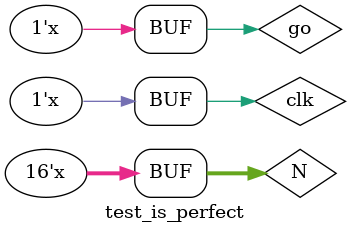
<source format=v>
`timescale 1ns / 1ps


module test_is_perfect;

	// Inputs
	reg [15:0] N;
	reg go;
	reg clk;

	// Outputs
	wire over;
	wire IsPer;

	// Instantiate the Unit Under Test (UUT)
	IsPerfect uut (
		.N(N), 
		.go(go), 
		.clk(clk), 
		.over(over), 
		.IsPer(IsPer)
	);

	initial begin
		// Initialize Inputs
		N = 0;
		go = 0;
		clk = 0;

		// Wait 100 ns for global reset to finish
		#100;
        
		// Add stimulus here

	end

	always
	#0.01 clk=~clk;
	always
	#0.05 go=~go;  
   always 
	begin
	if(N<65536)#0.1 N=N+1;
	end
      
endmodule


</source>
